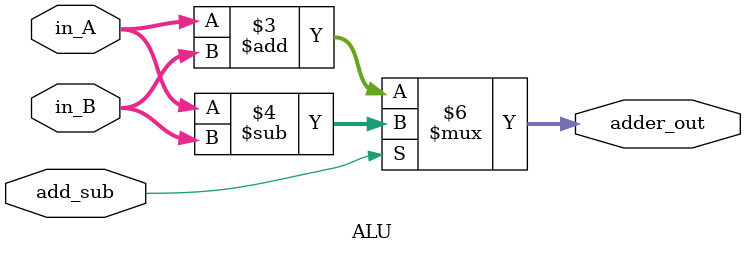
<source format=v>
module ALU(input [15:0] in_A,
		   input [15:0] in_B,
		   input add_sub,
		   output reg [15:0] adder_out);

	always@(*)
	begin
	
		if(add_sub == 0) //0 means add
		begin
			adder_out <= in_A + in_B;
		end
		
		else
		begin
			adder_out <= in_A - in_B;
		end
		
	end
	
endmodule
</source>
